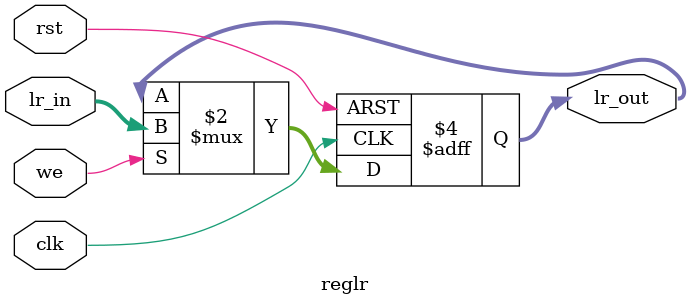
<source format=v>
module reglr(
    input wire clk,
    input wire rst,
    input wire [11:0] lr_in,
    input wire we,
    output reg [11:0] lr_out
);
    always @(posedge clk or posedge rst) begin
        if (rst) lr_out <= 12'b0;
        else if (we) lr_out <= lr_in;
    end
endmodule

</source>
